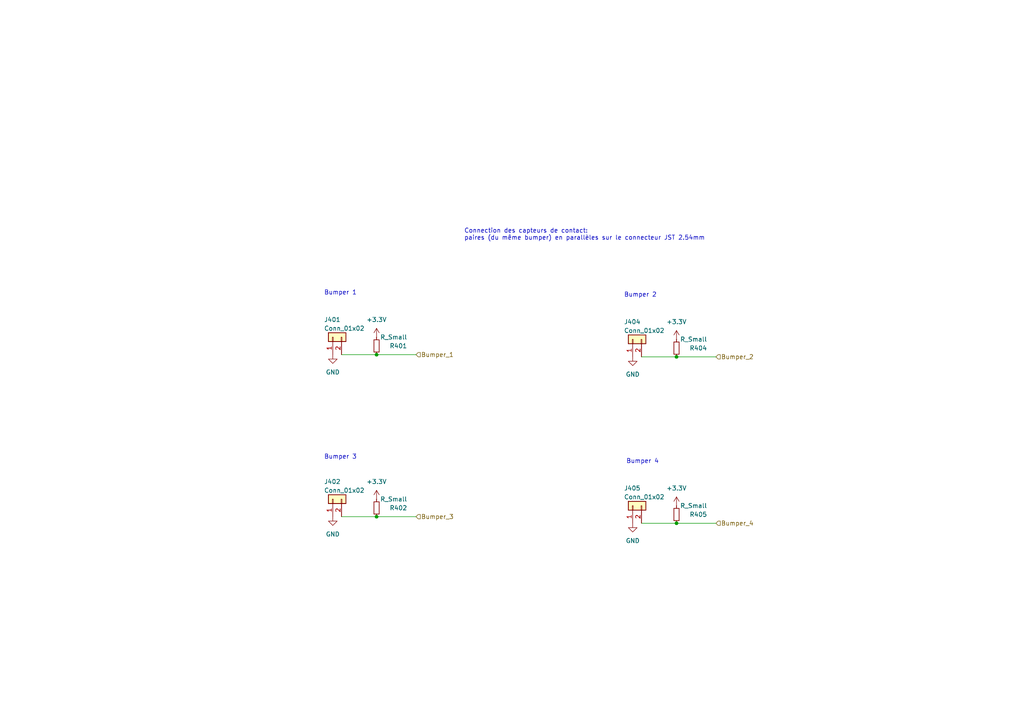
<source format=kicad_sch>
(kicad_sch (version 20230121) (generator eeschema)
  (paper "A4")
  (lib_symbols
    (symbol "Connector_Generic:Conn_01x02" (pin_names (offset 1.016) hide)
      (property "Reference" "J" (at 0 2.54 0))
      (property "Value" "Conn_01x02" (at 0 -5.08 0))
      (symbol "Conn_01x02_1_1"
        (rectangle (start -1.27 -2.413) (end 0 -2.667) (stroke (width 0.1524)))
        (rectangle (start -1.27 0.127) (end 0 -0.127) (stroke (width 0.1524)))
        (rectangle (start -1.27 1.27) (end 1.27 -3.81) (stroke (width 0.254)) (fill (type background)))
        (pin passive line (at -5.08 0 0) (length 3.81) (name "Pin_1") (number "1"))
        (pin passive line (at -5.08 -2.54 0) (length 3.81) (name "Pin_2") (number "2"))
      )
    )
    (symbol "Device:R_Small" (pin_numbers hide) (pin_names (offset 0.254) hide)
      (property "Reference" "R" (at 0.762 0.508 0))
      (property "Value" "R_Small" (at 0.762 -1.016 0))
      (symbol "R_Small_0_1"
        (rectangle (start -0.762 1.778) (end 0.762 -1.778) (stroke (width 0.2032)))
      )
      (symbol "R_Small_1_1"
        (pin passive line (at 0 2.54 270) (length 0.762) (name "~") (number "1"))
        (pin passive line (at 0 -2.54 90) (length 0.762) (name "~") (number "2"))
      )
    )
    (symbol "power:+3.3V" (power) (pin_names (offset 0))
      (property "Value" "+3.3V" (at 0 3.556 0))
      (symbol "+3.3V_0_1"
        (polyline (pts (xy -0.762 1.27) (xy 0 2.54)))
        (polyline (pts (xy 0 0) (xy 0 2.54)))
        (polyline (pts (xy 0 2.54) (xy 0.762 1.27)))
      )
      (symbol "+3.3V_1_1"
        (pin power_in line (at 0 0 90) (length 0) hide (name "+3.3V") (number "1"))
      )
    )
    (symbol "power:GND" (power) (pin_names (offset 0))
      (property "Value" "GND" (at 0 -3.81 0))
      (symbol "GND_0_1"
        (polyline (pts (xy 0 0) (xy 0 -1.27) (xy 1.27 -1.27) (xy 0 -2.54) (xy -1.27 -1.27) (xy 0 -1.27)))
      )
      (symbol "GND_1_1"
        (pin power_in line (at 0 0 270) (length 0) hide (name "GND") (number "1"))
      )
    )
  )
  (junction (at 109.22 149.86))
  (junction (at 109.22 102.87))
  (junction (at 196.215 151.765))
  (junction (at 196.215 103.505))
  (wire (pts (xy 196.215 151.765) (xy 207.645 151.765)))
  (wire (pts (xy 109.22 149.86) (xy 120.65 149.86)))
  (wire (pts (xy 99.06 102.87) (xy 109.22 102.87)))
  (wire (pts (xy 109.22 102.87) (xy 120.65 102.87)))
  (wire (pts (xy 99.06 149.86) (xy 109.22 149.86)))
  (wire (pts (xy 196.215 103.505) (xy 207.645 103.505)))
  (wire (pts (xy 186.055 151.765) (xy 196.215 151.765)))
  (wire (pts (xy 186.055 103.505) (xy 196.215 103.505)))
  (text "Bumper 1" (at 103.505 85.725 0) (effects (font (size 1.27 1.27)) (justify right bottom)))
  (text "Bumper 2" (at 190.5 86.36 0) (effects (font (size 1.27 1.27)) (justify right bottom)))
  (text "Connection des capteurs de contact:\npaires (du même bumper) en parallèles sur le connecteur JST 2.54mm" (at 134.62 69.85 0) (effects (font (size 1.27 1.27)) (justify left bottom)))
  (text "Bumper 3" (at 103.505 133.35 0) (effects (font (size 1.27 1.27)) (justify right bottom)))
  (text "Bumper 4" (at 191.135 134.62 0) (effects (font (size 1.27 1.27)) (justify right bottom)))
  (hierarchical_label "Bumper_4" (shape input) (at 207.645 151.765 0))
  (hierarchical_label "Bumper_3" (shape input) (at 120.65 149.86 0))
  (hierarchical_label "Bumper_2" (shape input) (at 207.645 103.505 0))
  (hierarchical_label "Bumper_1" (shape input) (at 120.65 102.87 0))
  (symbol (lib_id "Connector_Generic:Conn_01x02") (at 96.52 97.79 90) (unit 1)
    (property "Reference" "J401" (at 93.98 92.71 90) (effects (justify right)))
    (property "Value" "Conn_01x02" (at 93.98 95.25 90) (effects (justify right)))
  )
  (symbol (lib_id "Device:R_Small") (at 196.215 100.965 180) (unit 1)
    (property "Reference" "R404" (at 205.105 100.965 0) (effects (justify left)))
    (property "Value" "R_Small" (at 205.105 98.425 0) (effects (justify left)))
  )
  (symbol (lib_id "power:GND") (at 183.515 151.765 0) (unit 1)
    (property "Reference" "#PWR0409" (effects hide))
    (property "Value" "GND" (at 183.515 156.845 0))
  )
  (symbol (lib_id "power:+3.3V") (at 196.215 146.685 0) (unit 1)
    (property "Reference" "#PWR0410" (effects hide))
    (property "Value" "+3.3V" (at 196.215 141.605 0))
  )
  (symbol (lib_id "power:GND") (at 96.52 102.87 0) (unit 1)
    (property "Reference" "#PWR0401" (effects hide))
    (property "Value" "GND" (at 96.52 107.95 0))
  )
  (symbol (lib_id "Device:R_Small") (at 196.215 149.225 180) (unit 1)
    (property "Reference" "R405" (at 205.105 149.225 0) (effects (justify left)))
    (property "Value" "R_Small" (at 205.105 146.685 0) (effects (justify left)))
  )
  (symbol (lib_id "power:+3.3V") (at 196.215 98.425 0) (unit 1)
    (property "Reference" "#PWR0408" (effects hide))
    (property "Value" "+3.3V" (at 196.215 93.345 0))
  )
  (symbol (lib_id "Connector_Generic:Conn_01x02") (at 183.515 146.685 90) (unit 1)
    (property "Reference" "J405" (at 180.975 141.605 90) (effects (justify right)))
    (property "Value" "Conn_01x02" (at 180.975 144.145 90) (effects (justify right)))
  )
  (symbol (lib_id "power:+3.3V") (at 109.22 144.78 0) (unit 1)
    (property "Reference" "#PWR0404" (effects hide))
    (property "Value" "+3.3V" (at 109.22 139.7 0))
  )
  (symbol (lib_id "Device:R_Small") (at 109.22 100.33 180) (unit 1)
    (property "Reference" "R401" (at 118.11 100.33 0) (effects (justify left)))
    (property "Value" "R_Small" (at 118.11 97.79 0) (effects (justify left)))
  )
  (symbol (lib_id "Connector_Generic:Conn_01x02") (at 96.52 144.78 90) (unit 1)
    (property "Reference" "J402" (at 93.98 139.7 90) (effects (justify right)))
    (property "Value" "Conn_01x02" (at 93.98 142.24 90) (effects (justify right)))
  )
  (symbol (lib_id "Device:R_Small") (at 109.22 147.32 180) (unit 1)
    (property "Reference" "R402" (at 118.11 147.32 0) (effects (justify left)))
    (property "Value" "R_Small" (at 118.11 144.78 0) (effects (justify left)))
  )
  (symbol (lib_id "Connector_Generic:Conn_01x02") (at 183.515 98.425 90) (unit 1)
    (property "Reference" "J404" (at 180.975 93.345 90) (effects (justify right)))
    (property "Value" "Conn_01x02" (at 180.975 95.885 90) (effects (justify right)))
  )
  (symbol (lib_id "power:GND") (at 96.52 149.86 0) (unit 1)
    (property "Reference" "#PWR0403" (effects hide))
    (property "Value" "GND" (at 96.52 154.94 0))
  )
  (symbol (lib_id "power:GND") (at 183.515 103.505 0) (unit 1)
    (property "Reference" "#PWR0407" (effects hide))
    (property "Value" "GND" (at 183.515 108.585 0))
  )
  (symbol (lib_id "power:+3.3V") (at 109.22 97.79 0) (unit 1)
    (property "Reference" "#PWR0402" (effects hide))
    (property "Value" "+3.3V" (at 109.22 92.71 0))
  )
)
</source>
